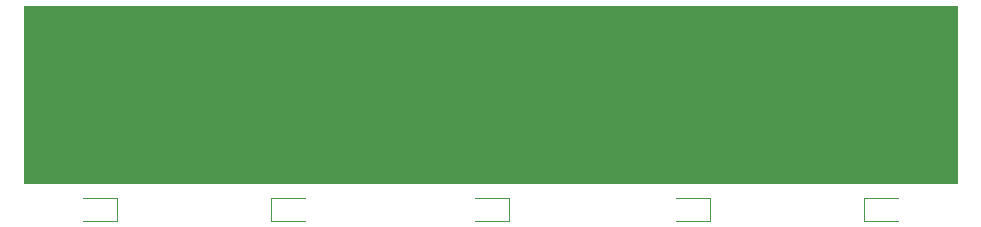
<source format=gbr>
%TF.GenerationSoftware,KiCad,Pcbnew,9.0.2*%
%TF.CreationDate,2025-05-22T18:28:57+02:00*%
%TF.ProjectId,blinky,626c696e-6b79-42e6-9b69-6361645f7063,rev?*%
%TF.SameCoordinates,Original*%
%TF.FileFunction,Legend,Top*%
%TF.FilePolarity,Positive*%
%FSLAX46Y46*%
G04 Gerber Fmt 4.6, Leading zero omitted, Abs format (unit mm)*
G04 Created by KiCad (PCBNEW 9.0.2) date 2025-05-22 18:28:57*
%MOMM*%
%LPD*%
G01*
G04 APERTURE LIST*
%ADD10C,0.100000*%
%ADD11C,0.120000*%
G04 APERTURE END LIST*
D10*
X64500000Y-68250000D02*
X143500000Y-68250000D01*
X143500000Y-83250000D01*
X64500000Y-83250000D01*
X64500000Y-68250000D01*
G36*
X64500000Y-68250000D02*
G01*
X143500000Y-68250000D01*
X143500000Y-83250000D01*
X64500000Y-83250000D01*
X64500000Y-68250000D01*
G37*
D11*
%TO.C,D5*%
X135627500Y-84540000D02*
X135627500Y-86460000D01*
X135627500Y-86460000D02*
X138487500Y-86460000D01*
X138487500Y-84540000D02*
X135627500Y-84540000D01*
%TO.C,D2*%
X85396250Y-84540000D02*
X85396250Y-86460000D01*
X85396250Y-86460000D02*
X88256250Y-86460000D01*
X88256250Y-84540000D02*
X85396250Y-84540000D01*
%TO.C,D3*%
X102700000Y-86460000D02*
X105560000Y-86460000D01*
X105560000Y-84540000D02*
X102700000Y-84540000D01*
X105560000Y-86460000D02*
X105560000Y-84540000D01*
%TO.C,D4*%
X119743750Y-86460000D02*
X122603750Y-86460000D01*
X122603750Y-84540000D02*
X119743750Y-84540000D01*
X122603750Y-86460000D02*
X122603750Y-84540000D01*
%TO.C,D1*%
X69512500Y-86460000D02*
X72372500Y-86460000D01*
X72372500Y-84540000D02*
X69512500Y-84540000D01*
X72372500Y-86460000D02*
X72372500Y-84540000D01*
%TD*%
M02*

</source>
